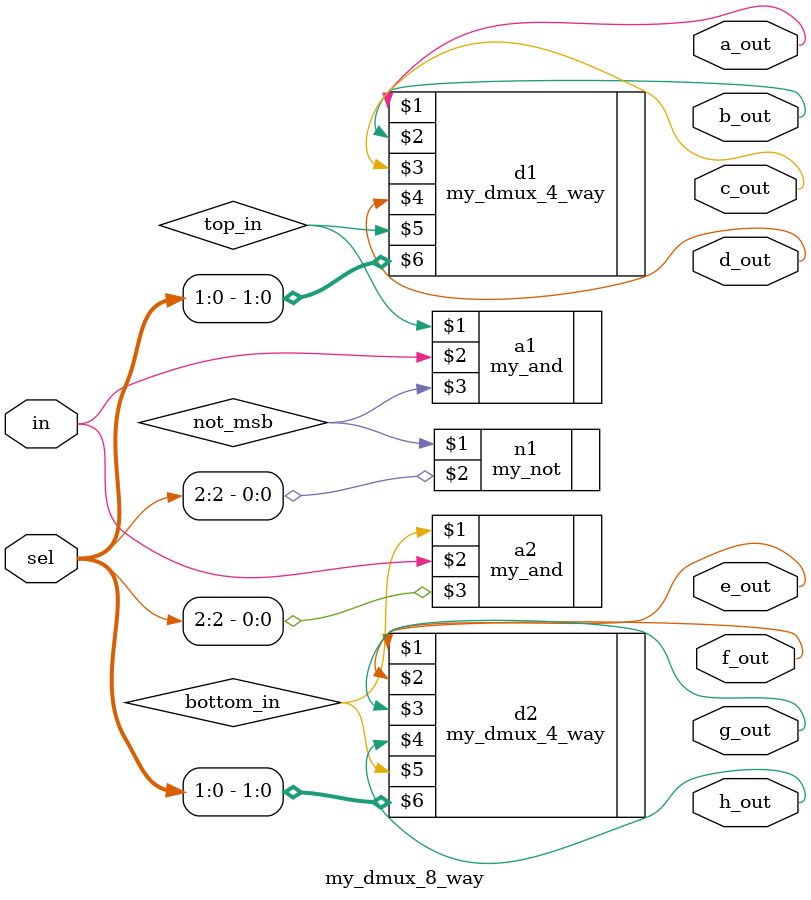
<source format=sv>
`ifndef my_dmux_4_way
  `include "my_dmux_4_way.sv"
`endif
`define my_dmux_8_way 1

module my_dmux_8_way(a_out, b_out, c_out, d_out, e_out, f_out, g_out, h_out, in, sel);
  input in;
  input [2:0] sel;
  output a_out, b_out, c_out, d_out, e_out, f_out, g_out, h_out;

  wire not_msb, top_in, bottom_in;

  my_not n1(not_msb, sel[2]);
  my_and a1(top_in, in, not_msb);
  my_and a2(bottom_in, in, sel[2]);
  my_dmux_4_way d1(a_out, b_out, c_out, d_out, top_in, sel[1:0]);
  my_dmux_4_way d2(e_out, f_out, g_out, h_out, bottom_in, sel[1:0]);

endmodule

</source>
